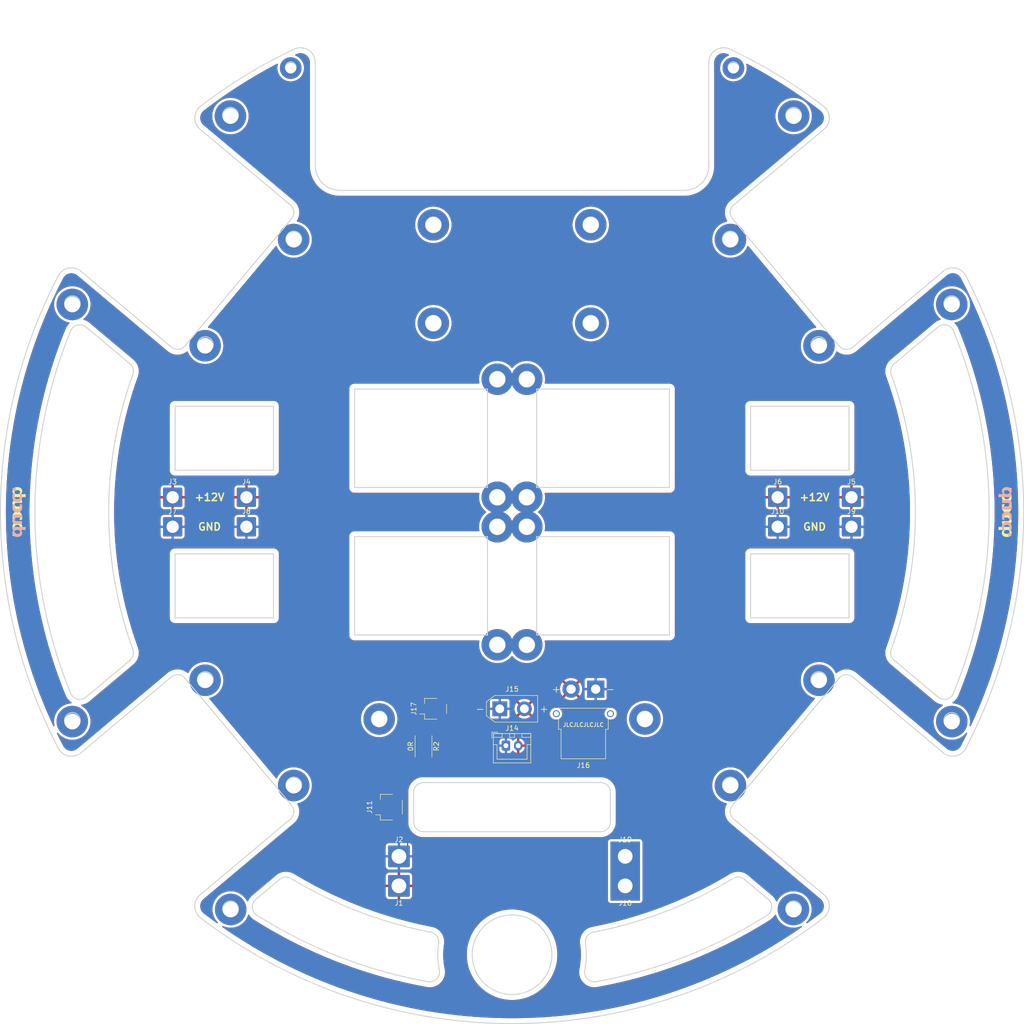
<source format=kicad_pcb>
(kicad_pcb (version 20221018) (generator pcbnew)
  (title_block (title "layer 2 pcb drawing") (date "2023-11-10") (company "8076ducc Robotics Competition Team"))
  (layers (0 "F.Cu" signal) (31 "B.Cu" signal) (34 "B.Paste" user) (35 "F.Paste" user) (36 "B.SilkS" user "B.Silkscreen") (37 "F.SilkS" user "F.Silkscreen") (38 "B.Mask" user) (39 "F.Mask" user) (44 "Edge.Cuts" user))
  (net 0 "")
  (net 1 "+12V")
  (net 2 "GND")
  (net 3 "/BATT")
  (net 4 "+3V3")
  (net 5 "Net-(J17-Pin_1)")
  (footprint "Connector_JST:JST_XH_B2B-XH-A_1x02_P2.50mm_Vertical" (layer "F.Cu") (at 103.75 152.5)
    (fp_text reference "J14" (at 1.25 -3.55) (layer "F.SilkS"))
    (fp_text value "XH2.54 2P")
    (pad "1" thru_hole roundrect (at 0 0) (size 1.7 2) (drill 1) (layers "*.Cu" "*.Mask") (roundrect_rratio 0.1470588235) (net 2 "GND"))
    (pad "2" thru_hole oval (at 2.5 0) (size 1.7 2) (drill 1) (layers "*.Cu" "*.Mask") (net 1 "+12V"))
  )
  (footprint "Connector_JST:JST_SH_SM02B-SRSS-TB_1x02-1MP_P1.00mm_Horizontal" (layer "F.Cu") (at 89 145 90)
    (fp_text reference "J17" (at 0 -3.98 90) (layer "F.SilkS"))
    (fp_text value "SH1.0 2P")
    (pad "1" smd roundrect (at -0.5 -2 90) (size 0.6 1.55) (layers "F.Cu" "F.Paste" "F.Mask") (net 5 "Net-(J17-Pin_1)"))
    (pad "2" smd roundrect (at 0.5 -2 90) (size 0.6 1.55) (layers "F.Cu" "F.Paste" "F.Mask") (net 5 "Net-(J17-Pin_1)"))
    (pad "MP" smd roundrect (at -1.8 1.875 90) (size 1.2 1.8) (layers "F.Cu" "F.Paste" "F.Mask") (roundrect_rratio 0.2083333333))
    (pad "MP" smd roundrect (at 1.8 1.875 90) (size 1.2 1.8) (layers "F.Cu" "F.Paste" "F.Mask") (roundrect_rratio 0.2083333333))
  )
  (footprint "Connector_Wire:SolderWire-2.5sqmm_1x01_D2.4mm_OD4.4mm" (layer "F.Cu") (at 128 181)
    (fp_text reference "J18" (at 0 3.5) (layer "F.SilkS"))
    (fp_text value "Conn_01x01_Female")
    (pad "1" thru_hole roundrect (at 0 0) (size 4.4 4.4) (drill 3) (layers "*.Cu" "*.Mask") (roundrect_rratio 0.05681795455) (net 3 "/BATT"))
  )
  (footprint "Connector_Wire:SolderWire-2.5sqmm_1x01_D2.4mm_OD4.4mm" (layer "F.Cu") (at 82 175)
    (fp_text reference "J2" (at 0 -3.4) (layer "F.SilkS"))
    (fp_text value "Conn_01x01_Female")
    (pad "1" thru_hole roundrect (at 0 0) (size 4.4 4.4) (drill 3) (layers "*.Cu" "*.Mask") (roundrect_rratio 0.05681795455) (net 2 "GND"))
  )
  (footprint "Connector_Wire:SolderWire-2sqmm_1x01_D2mm_OD3.9mm" (layer "F.Cu") (at 174 108)
    (fp_text reference "J9" (at 0 -3.15) (layer "F.SilkS"))
    (fp_text value "Conn_01x01_Female")
    (pad "1" thru_hole roundrect (at 0 0) (size 3.9 3.9) (drill 2.5) (layers "*.Cu" "*.Mask") (roundrect_rratio 0.06410307692) (net 2 "GND"))
  )
  (footprint "MountingHole:MountingHole_3.2mm_M3_Pad" (layer "F.Cu") (at 102 78)
    (fp_text reference "H17")
    (fp_text value "MountingHole")
    (pad "1" thru_hole circle (at 0 0) (size 6.4 6.4) (drill 3.2) (layers "*.Cu" "*.Mask"))
  )
  (footprint "MountingHole:MountingHole_3.2mm_M3_Pad" (layer "F.Cu") (at 102 108)
    (fp_text reference "H23")
    (fp_text value "MountingHole")
    (pad "1" thru_hole circle (at 0 0) (size 6.4 6.4) (drill 3.2) (layers "*.Cu" "*.Mask"))
  )
  (footprint "MountingHole:MountingHole_3.2mm_M3_Pad" (layer "F.Cu") (at 167.4 71.1913)
    (fp_text reference "H12")
    (fp_text value "MountingHole")
    (pad "1" thru_hole circle (at 0 0) (size 6.4 6.4) (drill 3.2) (layers "*.Cu" "*.Mask"))
  )
  (footprint "MountingHole:MountingHole_3.2mm_M3_Pad" (layer "F.Cu") (at 132.012016 147.075539)
    (fp_text reference "H26")
    (fp_text value "MountingHole")
    (pad "1" thru_hole circle (at 0 0) (size 6.4 6.4) (drill 3.2) (layers "*.Cu" "*.Mask"))
  )
  (footprint "Connector_AMASS:AMASS_XT30UPB-F_1x02_P5.0mm_Vertical" (layer "F.Cu") (at 102.5 145)
    (fp_text reference "J15" (at 2.5 -4) (layer "F.SilkS"))
    (fp_text value "XT30UPB-F")
    (fp_text user "-" (at -4 0) (layer "F.SilkS") (effects (font (size 1.5 1.5))))
    (fp_text user "+" (at 9 0) (layer "F.SilkS") (effects (font (size 1.5 1.5))))
    (pad "1" thru_hole rect (at 0 0) (size 3 3) (drill 1.8) (layers "*.Cu" "*.Mask") (net 2 "GND"))
    (pad "2" thru_hole circle (at 5 0) (size 3 3) (drill 1.8) (layers "*.Cu" "*.Mask") (net 1 "+12V"))
  )
  (footprint "Resistor_SMD:R_2512_6332Metric" (layer "F.Cu") (at 87 152.6375 -90)
    (fp_text reference "R2" (at 0 -2.62 -90) (layer "F.SilkS"))
    (fp_text value "0R" (at 0 2.62 -90) (layer "F.SilkS"))
    (pad "1" smd roundrect (at -2.9625 0 270) (size 1.225 3.35) (layers "F.Cu" "F.Paste" "F.Mask") (roundrect_rratio 0.2040816327) (net 5 "Net-(J17-Pin_1)"))
    (pad "2" smd roundrect (at 2.9625 0 270) (size 1.225 3.35) (layers "F.Cu" "F.Paste" "F.Mask") (roundrect_rratio 0.2040816327) (net 2 "GND"))
  )
  (footprint "MountingHole:MountingHole_2.2mm_M2_Pad" (layer "F.Cu") (at 60 14.75)
    (fp_text reference "H33")
    (fp_text value "MountingHole")
    (pad "1" thru_hole circle (at 0 0) (size 4.4 4.4) (drill 2.2) (layers "*.Cu" "*.Mask"))
  )
  (footprint "MountingHole:MountingHole_3.2mm_M3_Pad" (layer "F.Cu") (at 77.987984 147.075539)
    (fp_text reference "H25")
    (fp_text value "MountingHole")
    (pad "1" thru_hole circle (at 0 0) (size 6.4 6.4) (drill 3.2) (layers "*.Cu" "*.Mask"))
  )
  (footprint "MountingHole:MountingHole_3.2mm_M3_Pad" (layer "F.Cu") (at 42.6 139.2)
    (fp_text reference "H16")
    (fp_text value "MountingHole")
    (pad "1" thru_hole circle (at 0 0) (size 6.4 6.4) (drill 3.2) (layers "*.Cu" "*.Mask"))
  )
  (footprint "Connector_AMASS:AMASS_XT30PW-F_1x02_P2.50mm_Horizontal" (layer "F.Cu") (at 122 141 180)
    (fp_text reference "J16" (at 2.5 -15.5) (layer "F.SilkS"))
    (fp_text value "XT30PW-F")
    (fp_text user "+" (at 8 0) (layer "F.SilkS") (effects (font (size 1.5 1.5))))
    (fp_text user "-" (at -3 0) (layer "F.SilkS") (effects (font (size 1.5 1.5))))
    (pad "" thru_hole circle (at -3 -5 270) (size 1.4 1.4) (drill 1) (layers "*.Cu" "*.Mask"))
    (pad "" thru_hole circle (at 8 -5 180) (size 1.4 1.4) (drill 1) (layers "*.Cu" "*.Mask"))
    (pad "1" thru_hole rect (at 0 0 180) (size 3.5 3.5) (drill 1.9) (layers "*.Cu" "*.Mask") (net 2 "GND"))
    (pad "2" thru_hole circle (at 5 0 180) (size 3.5 3.5) (drill 1.9) (layers "*.Cu" "*.Mask") (net 1 "+12V"))
  )
  (footprint "MountingHole:MountingHole_3.2mm_M3_Pad" (layer "F.Cu") (at 108 108)
    (fp_text reference "H21")
    (fp_text value "MountingHole")
    (pad "1" thru_hole circle (at 0 0) (size 6.4 6.4) (drill 3.2) (layers "*.Cu" "*.Mask"))
  )
  (footprint "MountingHole:MountingHole_3.2mm_M3_Pad" (layer "F.Cu") (at 47.75 24.5)
    (fp_text reference "H1")
    (fp_text value "MountingHole")
    (pad "1" thru_hole circle (at 0 0) (size 6.4 6.4) (drill 3.2) (layers "*.Cu" "*.Mask"))
  )
  (footprint "Connector_Wire:SolderWire-2sqmm_1x01_D2mm_OD3.9mm" (layer "F.Cu") (at 51 108)
    (fp_text reference "J8" (at 0 -3.15) (layer "F.SilkS"))
    (fp_text value "Conn_01x01_Female")
    (pad "1" thru_hole roundrect (at 0 0) (size 3.9 3.9) (drill 2.5) (layers "*.Cu" "*.Mask") (roundrect_rratio 0.06410307692) (net 2 "GND"))
  )
  (footprint "MountingHole:MountingHole_3.2mm_M3_Pad" (layer "F.Cu") (at 42.6 71.1913)
    (fp_text reference "H9")
    (fp_text value "MountingHole")
    (pad "1" thru_hole circle (at 0 0) (size 6.4 6.4) (drill 3.2) (layers "*.Cu" "*.Mask"))
  )
  (footprint "Connector_JST:JST_SH_SM03B-SRSS-TB_1x03-1MP_P1.00mm_Horizontal" (layer "F.Cu") (at 80 165 90)
    (fp_text reference "J11" (at 0 -3.98 90) (layer "F.SilkS"))
    (fp_text value "SH1.0 3P")
    (pad "1" smd roundrect (at -1 -2 90) (size 0.6 1.55) (layers "F.Cu" "F.Paste" "F.Mask") (net 2 "GND"))
    (pad "2" smd roundrect (at 0 -2 90) (size 0.6 1.55) (layers "F.Cu" "F.Paste" "F.Mask") (net 2 "GND"))
    (pad "3" smd roundrect (at 1 -2 90) (size 0.6 1.55) (layers "F.Cu" "F.Paste" "F.Mask") (net 4 "+3V3"))
    (pad "MP" smd roundrect (at -2.3 1.875 90) (size 1.2 1.8) (layers "F.Cu" "F.Paste" "F.Mask") (roundrect_rratio 0.2083333333))
    (pad "MP" smd roundrect (at 2.3 1.875 90) (size 1.2 1.8) (layers "F.Cu" "F.Paste" "F.Mask") (roundrect_rratio 0.2083333333))
  )
  (footprint "MountingHole:MountingHole_3.2mm_M3_Pad" (layer "F.Cu") (at 121 66.610723)
    (fp_text reference "H30")
    (fp_text value "MountingHole")
    (pad "1" thru_hole circle (at 0 0) (size 6.4 6.4) (drill 3.2) (layers "*.Cu" "*.Mask"))
  )
  (footprint "MountingHole:MountingHole_2.2mm_M2_Pad" (layer "F.Cu") (at 150 14.75)
    (fp_text reference "H34")
    (fp_text value "MountingHole")
    (pad "1" thru_hole circle (at 0 0) (size 4.4 4.4) (drill 2.2) (layers "*.Cu" "*.Mask"))
  )
  (footprint "Connector_Wire:SolderWire-2.5sqmm_1x01_D2.4mm_OD4.4mm" (layer "F.Cu") (at 128 175)
    (fp_text reference "J19" (at 0 -3.4) (layer "F.SilkS"))
    (fp_text value "Conn_01x01_Female")
    (pad "1" thru_hole roundrect (at 0 0) (size 4.4 4.4) (drill 3) (layers "*.Cu" "*.Mask") (roundrect_rratio 0.05681795455) (net 3 "/BATT"))
  )
  (footprint "MountingHole:MountingHole_3.2mm_M3_Pad" (layer "F.Cu") (at 60.6 160.6)
    (fp_text reference "H15")
    (fp_text value "MountingHole")
    (pad "1" thru_hole circle (at 0 0) (size 6.4 6.4) (drill 3.2) (layers "*.Cu" "*.Mask"))
  )
  (footprint "MountingHole:MountingHole_3.2mm_M3_Pad" (layer "F.Cu") (at 89 46.610723)
    (fp_text reference "H27")
    (fp_text value "MountingHole")
    (pad "1" thru_hole circle (at 0 0) (size 6.4 6.4) (drill 3.2) (layers "*.Cu" "*.Mask"))
  )
  (footprint "MountingHole:MountingHole_3.2mm_M3_Pad" (layer "F.Cu") (at 60.6 49.6)
    (fp_text reference "H10")
    (fp_text value "MountingHole")
    (pad "1" thru_hole circle (at 0 0) (size 6.4 6.4) (drill 3.2) (layers "*.Cu" "*.Mask"))
  )
  (footprint "MountingHole:MountingHole_3.2mm_M3_Pad" (layer "F.Cu") (at 89 66.610723)
    (fp_text reference "H29")
    (fp_text value "MountingHole")
    (pad "1" thru_hole circle (at 0 0) (size 6.4 6.4) (drill 3.2) (layers "*.Cu" "*.Mask"))
  )
  (footprint "MountingHole:MountingHole_3.2mm_M3_Pad" (layer "F.Cu") (at 15.6 62.8)
    (fp_text reference "H8")
    (fp_text value "MountingHole")
    (pad "1" thru_hole circle (at 0 0) (size 6.4 6.4) (drill 3.2) (layers "*.Cu" "*.Mask"))
  )
  (footprint "Connector_Wire:SolderWire-2sqmm_1x01_D2mm_OD3.9mm" (layer "F.Cu") (at 159 102)
    (fp_text reference "J6" (at 0 -3.15) (layer "F.SilkS"))
    (fp_text value "Conn_01x01_Female")
    (pad "1" thru_hole roundrect (at 0 0) (size 3.9 3.9) (drill 2.5) (layers "*.Cu" "*.Mask") (roundrect_rratio 0.06410307692) (net 1 "+12V"))
  )
  (footprint "MountingHole:MountingHole_3.2mm_M3_Pad" (layer "F.Cu") (at 149.4 160.6)
    (fp_text reference "H14")
    (fp_text value "MountingHole")
    (pad "1" thru_hole circle (at 0 0) (size 6.4 6.4) (drill 3.2) (layers "*.Cu" "*.Mask"))
  )
  (footprint "Connector_Wire:SolderWire-2sqmm_1x01_D2mm_OD3.9mm" (layer "F.Cu") (at 174 102)
    (fp_text reference "J5" (at 0 -3.15) (layer "F.SilkS"))
    (fp_text value "Conn_01x01_Female")
    (pad "1" thru_hole roundrect (at 0 0) (size 3.9 3.9) (drill 2.5) (layers "*.Cu" "*.Mask") (roundrect_rratio 0.06410307692) (net 1 "+12V"))
  )
  (footprint "MountingHole:MountingHole_3.2mm_M3_Pad" (layer "F.Cu") (at 194.4 62.8)
    (fp_text reference "H3")
    (fp_text value "MountingHole")
    (pad "1" thru_hole circle (at 0 0) (size 6.4 6.4) (drill 3.2) (layers "*.Cu" "*.Mask"))
  )
  (footprint "MountingHole:MountingHole_3.2mm_M3_Pad" (layer "F.Cu") (at 149.4 49.6)
    (fp_text reference "H11")
    (fp_text value "MountingHole")
    (pad "1" thru_hole circle (at 0 0) (size 6.4 6.4) (drill 3.2) (layers "*.Cu" "*.Mask"))
  )
  (footprint "Connector_Wire:SolderWire-2sqmm_1x01_D2mm_OD3.9mm" (layer "F.Cu") (at 36 102)
    (fp_text reference "J3" (at 0 -3.15) (layer "F.SilkS"))
    (fp_text value "Conn_01x01_Female")
    (pad "1" thru_hole roundrect (at 0 0) (size 3.9 3.9) (drill 2.5) (layers "*.Cu" "*.Mask") (roundrect_rratio 0.06410307692) (net 1 "+12V"))
  )
  (footprint "MountingHole:MountingHole_3.2mm_M3_Pad" (layer "F.Cu") (at 194.4 147.6)
    (fp_text reference "H4")
    (fp_text value "MountingHole")
    (pad "1" thru_hole circle (at 0 0) (size 6.4 6.4) (drill 3.2) (layers "*.Cu" "*.Mask"))
  )
  (footprint "MountingHole:MountingHole_3.2mm_M3_Pad" (layer "F.Cu") (at 15.6 147.6)
    (fp_text reference "H7")
    (fp_text value "MountingHole")
    (pad "1" thru_hole circle (at 0 0) (size 6.4 6.4) (drill 3.2) (layers "*.Cu" "*.Mask"))
  )
  (footprint "Connector_Wire:SolderWire-2sqmm_1x01_D2mm_OD3.9mm" (layer "F.Cu") (at 51 102)
    (fp_text reference "J4" (at 0 -3.15) (layer "F.SilkS"))
    (fp_text value "Conn_01x01_Female")
    (pad "1" thru_hole roundrect (at 0 0) (size 3.9 3.9) (drill 2.5) (layers "*.Cu" "*.Mask") (roundrect_rratio 0.06410307692) (net 1 "+12V"))
  )
  (footprint "MountingHole:MountingHole_3.2mm_M3_Pad" (layer "F.Cu") (at 47.8 185.8)
    (fp_text reference "H6")
    (fp_text value "MountingHole")
    (pad "1" thru_hole circle (at 0 0) (size 6.4 6.4) (drill 3.2) (layers "*.Cu" "*.Mask"))
  )
  (footprint "MountingHole:MountingHole_3.2mm_M3_Pad" (layer "F.Cu") (at 162.25 24.5)
    (fp_text reference "H2")
    (fp_text value "MountingHole")
    (pad "1" thru_hole circle (at 0 0) (size 6.4 6.4) (drill 3.2) (layers "*.Cu" "*.Mask"))
  )
  (footprint "MountingHole:MountingHole_3.2mm_M3_Pad" (layer "F.Cu") (at 121 46.610723)
    (fp_text reference "H28")
    (fp_text value "MountingHole")
    (pad "1" thru_hole circle (at 0 0) (size 6.4 6.4) (drill 3.2) (layers "*.Cu" "*.Mask"))
  )
  (footprint "MountingHole:MountingHole_3.2mm_M3_Pad" (layer "F.Cu") (at 167.4 139.2)
    (fp_text reference "H13")
    (fp_text value "MountingHole")
    (pad "1" thru_hole circle (at 0 0) (size 6.4 6.4) (drill 3.2) (layers "*.Cu" "*.Mask"))
  )
  (footprint "MountingHole:MountingHole_3.2mm_M3_Pad" (layer "F.Cu") (at 108 102)
    (fp_text reference "H20")
    (fp_text value "MountingHole")
    (pad "1" thru_hole circle (at 0 0) (size 6.4 6.4) (drill 3.2) (layers "*.Cu" "*.Mask"))
  )
  (footprint "MountingHole:MountingHole_3.2mm_M3_Pad" (layer "F.Cu") (at 108 132)
    (fp_text reference "H22")
    (fp_text value "MountingHole")
    (pad "1" thru_hole circle (at 0 0) (size 6.4 6.4) (drill 3.2) (layers "*.Cu" "*.Mask"))
  )
  (footprint "Connector_Wire:SolderWire-2sqmm_1x01_D2mm_OD3.9mm" (layer "F.Cu") (at 159 108)
    (fp_text reference "J10" (at 0 -3.15) (layer "F.SilkS"))
    (fp_text value "Conn_01x01_Female")
    (pad "1" thru_hole roundrect (at 0 0) (size 3.9 3.9) (drill 2.5) (layers "*.Cu" "*.Mask") (roundrect_rratio 0.06410307692) (net 2 "GND"))
  )
  (footprint "MountingHole:MountingHole_3.2mm_M3_Pad" (layer "F.Cu") (at 102 102)
    (fp_text reference "H18")
    (fp_text value "MountingHole")
    (pad "1" thru_hole circle (at 0 0) (size 6.4 6.4) (drill 3.2) (layers "*.Cu" "*.Mask"))
  )
  (footprint "MountingHole:MountingHole_3.2mm_M3_Pad" (layer "F.Cu") (at 108 78)
    (fp_text reference "H19")
    (fp_text value "MountingHole")
    (pad "1" thru_hole circle (at 0 0) (size 6.4 6.4) (drill 3.2) (layers "*.Cu" "*.Mask"))
  )
  (footprint "Connector_Wire:SolderWire-2.5sqmm_1x01_D2.4mm_OD4.4mm" (layer "F.Cu") (at 82 181)
    (fp_text reference "J1" (at 0 3.5) (layer "F.SilkS"))
    (fp_text value "Conn_01x01_Female")
    (pad "1" thru_hole roundrect (at 0 0) (size 4.4 4.4) (drill 3) (layers "*.Cu" "*.Mask") (roundrect_rratio 0.05681795455) (net 1 "+12V"))
  )
  (footprint "MountingHole:MountingHole_3.2mm_M3_Pad" (layer "F.Cu") (at 102 132)
    (fp_text reference "H24")
    (fp_text value "MountingHole")
    (pad "1" thru_hole circle (at 0 0) (size 6.4 6.4) (drill 3.2) (layers "*.Cu" "*.Mask"))
  )
  (footprint "MountingHole:MountingHole_3.2mm_M3_Pad" (layer "F.Cu") (at 162.2 185.8)
    (fp_text reference "H5")
    (fp_text value "MountingHole")
    (pad "1" thru_hole circle (at 0 0) (size 6.4 6.4) (drill 3.2) (layers "*.Cu" "*.Mask"))
  )
  (footprint "Connector_Wire:SolderWire-2sqmm_1x01_D2mm_OD3.9mm" (layer "F.Cu") (at 36 108)
    (fp_text reference "J7" (at 0 -3.15) (layer "F.SilkS"))
    (fp_text value "Conn_01x01_Female")
    (pad "1" thru_hole roundrect (at 0 0) (size 3.9 3.9) (drill 2.5) (layers "*.Cu" "*.Mask") (roundrect_rratio 0.06410307692) (net 2 "GND"))
  )
  (gr_arc (start 87 170) (mid 85.585786 169.414214) (end 85 168) (stroke (width 0.2)) (layer "Edge.Cuts"))
  (gr_circle (center 150 14.578763) (end 148.9 14.578763) (stroke (width 0.2)) (fill none) (layer "Edge.Cuts"))
  (gr_line (start 149.824332 164.606888) (end 171.484989 138.792723) (stroke (width 0.2)) (layer "Edge.Cuts"))
  (gr_line (start 137 100) (end 110 100) (stroke (width 0.2)) (layer "Edge.Cuts"))
  (gr_arc (start 53.136898 186.97084) (mid 52.210694 185.414626) (end 52.920665 183.748631) (stroke (width 0.2)) (layer "Edge.Cuts"))
  (gr_circle (center 162.241133 24.333804) (end 160.641133 24.333804) (stroke (width 0.2)) (fill none) (layer "Edge.Cuts"))
  (gr_arc (start 119.921854 192.687365) (mid 120.262431 191.230418) (end 121.518522 190.417436) (stroke (width 0.2)) (layer "Edge.Cuts"))
  (gr_arc (start 41.577469 27.176555) (mid 40.506514 24.813142) (end 41.679272 22.498573) (stroke (width 0.2)) (layer "Edge.Cuts"))
  (gr_arc (start 168.320728 22.498573) (mid 169.493458 24.81315) (end 168.422531 27.176555) (stroke (width 0.2)) (layer "Edge.Cuts"))
  (gr_arc (start 119.921854 192.687365) (mid 120.094651 195.401877) (end 119.77766 198.103349) (stroke (width 0.2)) (layer "Edge.Cuts"))
  (gr_arc (start 27.902891 132.92912) (mid 23 105) (end 27.902891 77.07088) (stroke (width 0.2)) (layer "Edge.Cuts"))
  (gr_circle (center 89 66.610723) (end 87.4 66.610723) (stroke (width 0.2)) (fill none) (layer "Edge.Cuts"))
  (gr_arc (start 156.863102 186.97084) (mid 140.130958 195.414688) (end 122.087281 200.483113) (stroke (width 0.2)) (layer "Edge.Cuts"))
  (gr_circle (center 167.355554 70.95318) (end 165.755554 70.95318) (stroke (width 0.2)) (fill none) (layer "Edge.Cuts"))
  (gr_line (start 36.5 96.5) (end 36.5 83.5) (stroke (width 0.2)) (layer "Edge.Cuts"))
  (gr_arc (start 182.097109 77.07088) (mid 182.046075 75.87059) (end 182.691951 74.857593) (stroke (width 0.2)) (layer "Edge.Cuts"))
  (gr_line (start 65 34.610723) (end 65 13.610723) (stroke (width 0.2)) (layer "Edge.Cuts"))
  (gr_arc (start 60.175668 164.606888) (mid 60.635999 166.066788) (end 59.929154 167.424552) (stroke (width 0.2)) (layer "Edge.Cuts"))
  (gr_arc (start 197.243574 153.032521) (mid 195.167803 154.589375) (end 192.654339 153.945101) (stroke (width 0.2)) (layer "Edge.Cuts"))
  (gr_line (start 38.515011 138.792723) (end 60.175668 164.606888) (stroke (width 0.2)) (layer "Edge.Cuts"))
  (gr_line (start 36.5 126.5) (end 36.5 113.5) (stroke (width 0.2)) (layer "Edge.Cuts"))
  (gr_line (start 153.5 83.5) (end 173.5 83.5) (stroke (width 0.2)) (layer "Edge.Cuts"))
  (gr_arc (start 168.320728 187.501427) (mid 105 209) (end 41.679272 187.501427) (stroke (width 0.2)) (layer "Edge.Cuts"))
  (gr_line (start 73 110) (end 100 110) (stroke (width 0.2)) (layer "Edge.Cuts"))
  (gr_circle (center 121 66.610723) (end 119.4 66.610723) (stroke (width 0.2)) (fill none) (layer "Edge.Cuts"))
  (gr_line (start 173.5 126.5) (end 153.5 126.5) (stroke (width 0.2)) (layer "Edge.Cuts"))
  (gr_arc (start 182.691951 135.142407) (mid 182.046069 134.129416) (end 182.097109 132.92912) (stroke (width 0.2)) (layer "Edge.Cuts"))
  (gr_line (start 18.404256 142.613576) (end 27.308049 135.142407) (stroke (width 0.2)) (layer "Edge.Cuts"))
  (gr_line (start 110 110) (end 137 110) (stroke (width 0.2)) (layer "Edge.Cuts"))
  (gr_line (start 145 13.610723) (end 145 34.610723) (stroke (width 0.2)) (layer "Edge.Cuts"))
  (gr_arc (start 12.756426 153.032521) (mid 1 105) (end 12.756426 56.967479) (stroke (width 0.2)) (layer "Edge.Cuts"))
  (gr_line (start 110 80) (end 137 80) (stroke (width 0.2)) (layer "Edge.Cuts"))
  (gr_arc (start 149.920141 179.506247) (mid 136.200013 186.213047) (end 121.518522 190.417436) (stroke (width 0.2)) (layer "Edge.Cuts"))
  (gr_arc (start 182.097109 77.07088) (mid 187 105) (end 182.097109 132.92912) (stroke (width 0.2)) (layer "Edge.Cuts"))
  (gr_circle (center 108 132) (end 106.4 132) (stroke (width 0.2)) (fill none) (layer "Edge.Cuts"))
  (gr_circle (center 102 132) (end 100.4 132) (stroke (width 0.2)) (fill none) (layer "Edge.Cuts"))
  (gr_line (start 100 80) (end 100 100) (stroke (width 0.2)) (layer "Edge.Cuts"))
  (gr_line (start 192.654339 56.054899) (end 174.302653 71.453791) (stroke (width 0.2)) (layer "Edge.Cuts"))
  (gr_line (start 123 160) (end 87 160) (stroke (width 0.2)) (layer "Edge.Cuts"))
  (gr_line (start 153.5 113.5) (end 173.5 113.5) (stroke (width 0.2)) (layer "Edge.Cuts"))
  (gr_line (start 137 130) (end 110 130) (stroke (width 0.2)) (layer "Edge.Cuts"))
  (gr_circle (center 47.758867 185.666196) (end 46.158867 185.666196) (stroke (width 0.2)) (fill none) (layer "Edge.Cuts"))
  (gr_circle (center 102 78) (end 100.4 78) (stroke (width 0.2)) (fill none) (layer "Edge.Cuts"))
  (gr_line (start 137 80) (end 137 100) (stroke (width 0.2)) (layer "Edge.Cuts"))
  (gr_arc (start 90.22234 198.103349) (mid 89.905348 195.401877) (end 90.078146 192.687365) (stroke (width 0.2)) (layer "Edge.Cuts"))
  (gr_circle (center 105 195) (end 96.9 195) (stroke (width 0.2)) (fill none) (layer "Edge.Cuts"))
  (gr_line (start 182.691951 135.142407) (end 191.595744 142.613576) (stroke (width 0.2)) (layer "Edge.Cuts"))
  (gr_arc (start 15.268548 68.158902) (mid 16.640289 66.976549) (end 18.404256 67.386424) (stroke (width 0.2)) (layer "Edge.Cuts"))
  (gr_circle (center 15.619487 62.636026) (end 14.019487 62.636026) (stroke (width 0.2)) (fill none) (layer "Edge.Cuts"))
  (gr_circle (center 60.642499 49.503935) (end 59.042499 49.503935) (stroke (width 0.2)) (fill none) (layer "Edge.Cuts"))
  (gr_line (start 125 168) (end 125 162) (stroke (width 0.2)) (layer "Edge.Cuts"))
  (gr_line (start 171.484989 71.207277) (end 149.824332 45.393112) (stroke (width 0.2)) (layer "Edge.Cuts"))
  (gr_circle (center 42.644446 139.04682) (end 41.044446 139.04682) (stroke (width 0.2)) (fill none) (layer "Edge.Cuts"))
  (gr_arc (start 57.761378 179.68679) (mid 58.891541 179.224905) (end 60.079606 179.506095) (stroke (width 0.2)) (layer "Edge.Cuts"))
  (gr_line (start 140 39.610723) (end 70 39.610723) (stroke (width 0.2)) (layer "Edge.Cuts"))
  (gr_line (start 56.5 83.5) (end 56.5 96.5) (stroke (width 0.2)) (layer "Edge.Cuts"))
  (gr_circle (center 121 46.610723) (end 119.4 46.610723) (stroke (width 0.2)) (fill none) (layer "Edge.Cuts"))
  (gr_arc (start 18.404256 142.613576) (mid 16.640298 143.023417) (end 15.268548 141.841098) (stroke (width 0.2)) (layer "Edge.Cuts"))
  (gr_arc (start 17.345661 153.945101) (mid 14.832199 154.589363) (end 12.756426 153.032521) (stroke (width 0.2)) (layer "Edge.Cuts"))
  (gr_line (start 173.5 83.5) (end 173.5 96.5) (stroke (width 0.2)) (layer "Edge.Cuts"))
  (gr_arc (start 70 39.610723) (mid 66.464458 38.146258) (end 65 34.610723) (stroke (width 0.2)) (layer "Edge.Cuts"))
  (gr_circle (center 149.357501 49.503935) (end 147.757501 49.503935) (stroke (width 0.2)) (fill none) (layer "Edge.Cuts"))
  (gr_arc (start 12.756426 56.967479) (mid 14.832197 55.410625) (end 17.345661 56.054899) (stroke (width 0.2)) (layer "Edge.Cuts"))
  (gr_line (start 157.079335 183.748631) (end 152.238622 179.68679) (stroke (width 0.2)) (layer "Edge.Cuts"))
  (gr_circle (center 102 102) (end 100.4 102) (stroke (width 0.2)) (fill none) (layer "Edge.Cuts"))
  (gr_line (start 191.595744 67.386424) (end 182.691951 74.857593) (stroke (width 0.2)) (layer "Edge.Cuts"))
  (gr_circle (center 194.380513 62.636026) (end 192.780513 62.636026) (stroke (width 0.2)) (fill none) (layer "Edge.Cuts"))
  (gr_circle (center 47.758867 24.333804) (end 46.158867 24.333804) (stroke (width 0.2)) (fill none) (layer "Edge.Cuts"))
  (gr_arc (start 149.824332 45.393112) (mid 149.364034 43.933226) (end 150.070846 42.575448) (stroke (width 0.2)) (layer "Edge.Cuts"))
  (gr_arc (start 15.268548 141.841098) (mid 8 105) (end 15.268548 68.158902) (stroke (width 0.2)) (layer "Edge.Cuts"))
  (gr_arc (start 88.481478 190.417436) (mid 73.799849 186.212995) (end 60.079606 179.506095) (stroke (width 0.2)) (layer "Edge.Cuts"))
  (gr_line (start 150.070846 42.575448) (end 168.422531 27.176555) (stroke (width 0.2)) (layer "Edge.Cuts"))
  (gr_line (start 100 100) (end 73 100) (stroke (width 0.2)) (layer "Edge.Cuts"))
  (gr_circle (center 60.642499 160.496065) (end 59.042499 160.496065) (stroke (width 0.2)) (fill none) (layer "Edge.Cuts"))
  (gr_arc (start 197.243574 56.967479) (mid 209 105) (end 197.243574 153.032521) (stroke (width 0.2)) (layer "Edge.Cuts"))
  (gr_line (start 137 110) (end 137 130) (stroke (width 0.2)) (layer "Edge.Cuts"))
  (gr_line (start 56.5 113.5) (end 56.5 126.5) (stroke (width 0.2)) (layer "Edge.Cuts"))
  (gr_arc (start 145 13.610723) (mid 146.392463 11.077752) (end 149.277228 10.89619) (stroke (width 0.2)) (layer "Edge.Cuts"))
  (gr_arc (start 150.070846 167.424552) (mid 149.364029 166.066774) (end 149.824332 164.606888) (stroke (width 0.2)) (layer "Edge.Cuts"))
  (gr_arc (start 145 34.610723) (mid 143.535526 38.146242) (end 140 39.610723) (stroke (width 0.2)) (layer "Edge.Cuts"))
  (gr_line (start 27.308049 74.857593) (end 18.404256 67.386424) (stroke (width 0.2)) (layer "Edge.Cuts"))
  (gr_circle (center 42.644446 70.95318) (end 41.044446 70.95318) (stroke (width 0.2)) (fill none) (layer "Edge.Cuts"))
  (gr_circle (center 77.987984 147.075539) (end 76.387984 147.075539) (stroke (width 0.2)) (fill none) (layer "Edge.Cuts"))
  (gr_line (start 73 130) (end 73 110) (stroke (width 0.2)) (layer "Edge.Cuts"))
  (gr_line (start 59.929154 167.424552) (end 41.577469 182.823445) (stroke (width 0.2)) (layer "Edge.Cuts"))
  (gr_line (start 110 130) (end 110 110) (stroke (width 0.2)) (layer "Edge.Cuts"))
  (gr_arc (start 149.277228 10.89619) (mid 159.110848 16.185496) (end 168.320728 22.498573) (stroke (width 0.2)) (layer "Edge.Cuts"))
  (gr_arc (start 194.731452 68.158902) (mid 202 105) (end 194.731452 141.841098) (stroke (width 0.2)) (layer "Edge.Cuts"))
  (gr_line (start 17.345661 153.945101) (end 35.697347 138.546209) (stroke (width 0.2)) (layer "Edge.Cuts"))
  (gr_line (start 173.5 113.5) (end 173.5 126.5) (stroke (width 0.2)) (layer "Edge.Cuts"))
  (gr_circle (center 149.357501 160.496065) (end 147.757501 160.496065) (stroke (width 0.2)) (fill none) (layer "Edge.Cuts"))
  (gr_arc (start 38.515011 71.207277) (mid 37.157229 71.914106) (end 35.697347 71.453791) (stroke (width 0.2)) (layer "Edge.Cuts"))
  (gr_circle (center 132.012016 147.075539) (end 130.412016 147.075539) (stroke (width 0.2)) (fill none) (layer "Edge.Cuts"))
  (gr_circle (center 108 108) (end 106.4 108) (stroke (width 0.2)) (fill none) (layer "Edge.Cuts"))
  (gr_line (start 60.175668 45.393112) (end 38.515011 71.207277) (stroke (width 0.2)) (layer "Edge.Cuts"))
  (gr_arc (start 27.308049 74.857593) (mid 27.953952 75.870583) (end 27.902891 77.07088) (stroke (width 0.2)) (layer "Edge.Cuts"))
  (gr_arc (start 41.679272 22.498573) (mid 50.889152 16.185496) (end 60.722772 10.89619) (stroke (width 0.2)) (layer "Edge.Cuts"))
  (gr_circle (center 102 108) (end 100.4 108) (stroke (width 0.2)) (fill none) (layer "Edge.Cuts"))
  (gr_line (start 57.761378 179.68679) (end 52.920665 183.748631) (stroke (width 0.2)) (layer "Edge.Cuts"))
  (gr_arc (start 125 168) (mid 124.414214 169.414214) (end 123 170) (stroke (width 0.2)) (layer "Edge.Cuts"))
  (gr_line (start 174.302653 138.546209) (end 192.654339 153.945101) (stroke (width 0.2)) (layer "Edge.Cuts"))
  (gr_line (start 36.5 83.5) (end 56.5 83.5) (stroke (width 0.2)) (layer "Edge.Cuts"))
  (gr_circle (center 162.241133 185.666196) (end 160.641133 185.666196) (stroke (width 0.2)) (fill none) (layer "Edge.Cuts"))
  (gr_line (start 110 100) (end 110 80) (stroke (width 0.2)) (layer "Edge.Cuts"))
  (gr_arc (start 122.087281 200.483113) (mid 120.299793 199.90728) (end 119.77766 198.103349) (stroke (width 0.2)) (layer "Edge.Cuts"))
  (gr_arc (start 85 162) (mid 85.585786 160.585786) (end 87 160) (stroke (width 0.2)) (layer "Edge.Cuts"))
  (gr_line (start 41.577469 27.176555) (end 59.929154 42.575448) (stroke (width 0.2)) (layer "Edge.Cuts"))
  (gr_line (start 168.422531 182.823445) (end 150.070846 167.424552) (stroke (width 0.2)) (layer "Edge.Cuts"))
  (gr_line (start 36.5 113.5) (end 56.5 113.5) (stroke (width 0.2)) (layer "Edge.Cuts"))
  (gr_arc (start 88.481478 190.417436) (mid 89.737584 191.230408) (end 90.078146 192.687365) (stroke (width 0.2)) (layer "Edge.Cuts"))
  (gr_line (start 73 100) (end 73 80) (stroke (width 0.2)) (layer "Edge.Cuts"))
  (gr_line (start 35.697347 71.453791) (end 17.345661 56.054899) (stroke (width 0.2)) (layer "Edge.Cuts"))
  (gr_arc (start 194.731452 141.841098) (mid 193.359715 143.02343) (end 191.595744 142.613576) (stroke (width 0.2)) (layer "Edge.Cuts"))
  (gr_arc (start 168.422531 182.823445) (mid 169.49346 185.18685) (end 168.320728 187.501427) (stroke (width 0.2)) (layer "Edge.Cuts"))
  (gr_arc (start 59.929154 42.575448) (mid 60.63595 43.933217) (end 60.175668 45.393112) (stroke (width 0.2)) (layer "Edge.Cuts"))
  (gr_arc (start 191.595744 67.386424) (mid 193.359715 66.97657) (end 194.731452 68.158902) (stroke (width 0.2)) (layer "Edge.Cuts"))
  (gr_circle (center 167.355554 139.04682) (end 165.755554 139.04682) (stroke (width 0.2)) (fill none) (layer "Edge.Cuts"))
  (gr_line (start 73 80) (end 100 80) (stroke (width 0.2)) (layer "Edge.Cuts"))
  (gr_circle (center 108 102) (end 106.4 102) (stroke (width 0.2)) (fill none) (layer "Edge.Cuts"))
  (gr_arc (start 90.22234 198.103349) (mid 89.700245 199.907316) (end 87.912719 200.483113) (stroke (width 0.2)) (layer "Edge.Cuts"))
  (gr_line (start 85 162) (end 85 168) (stroke (width 0.2)) (layer "Edge.Cuts"))
  (gr_arc (start 60.722772 10.89619) (mid 63.607526 11.07777) (end 65 13.610723) (stroke (width 0.2)) (layer "Edge.Cuts"))
  (gr_arc (start 149.920141 179.506247) (mid 151.108308 179.224945) (end 152.238622 179.68679) (stroke (width 0.2)) (layer "Edge.Cuts"))
  (gr_arc (start 171.484989 138.792723) (mid 172.842771 138.085894) (end 174.302653 138.546209) (stroke (width 0.2)) (layer "Edge.Cuts"))
  (gr_circle (center 60 14.578763) (end 58.9 14.578763) (stroke (width 0.2)) (fill none) (layer "Edge.Cuts"))
  (gr_line (start 153.5 126.5) (end 153.5 113.5) (stroke (width 0.2)) (layer "Edge.Cuts"))
  (gr_line (start 87 170) (end 123 170) (stroke (width 0.2)) (layer "Edge.Cuts"))
  (gr_arc (start 123 160) (mid 124.414214 160.585786) (end 125 162) (stroke (width 0.2)) (layer "Edge.Cuts"))
  (gr_line (start 173.5 96.5) (end 153.5 96.5) (stroke (width 0.2)) (layer "Edge.Cuts"))
  (gr_circle (center 108 78) (end 106.4 78) (stroke (width 0.2)) (fill none) (layer "Edge.Cuts"))
  (gr_arc (start 35.697347 138.546209) (mid 37.157226 138.085925) (end 38.515011 138.792723) (stroke (width 0.2)) (layer "Edge.Cuts"))
  (gr_line (start 56.5 126.5) (end 36.5 126.5) (stroke (width 0.2)) (layer "Edge.Cuts"))
  (gr_arc (start 41.679272 187.501427) (mid 40.506546 185.186857) (end 41.577469 182.823445) (stroke (width 0.2)) (layer "Edge.Cuts"))
  (gr_line (start 56.5 96.5) (end 36.5 96.5) (stroke (width 0.2)) (layer "Edge.Cuts"))
  (gr_arc (start 174.302653 71.453791) (mid 172.842774 71.914075) (end 171.484989 71.207277) (stroke (width 0.2)) (layer "Edge.Cuts"))
  (gr_arc (start 192.654339 56.054899) (mid 195.167802 55.410644) (end 197.243574 56.967479) (stroke (width 0.2)) (layer "Edge.Cuts"))
  (gr_circle (center 89 46.610723) (end 87.4 46.610723) (stroke (width 0.2)) (fill none) (layer "Edge.Cuts"))
  (gr_line (start 153.5 96.5) (end 153.5 83.5) (stroke (width 0.2)) (layer "Edge.Cuts"))
  (gr_circle (center 194.380513 147.363974) (end 192.780513 147.363974) (stroke (width 0.2)) (fill none) (layer "Edge.Cuts"))
  (gr_arc (start 87.912719 200.483113) (mid 69.869042 195.414688) (end 53.136898 186.97084) (stroke (width 0.2)) (layer "Edge.Cuts"))
  (gr_line (start 100 130) (end 73 130) (stroke (width 0.2)) (layer "Edge.Cuts"))
  (gr_arc (start 27.902891 132.92912) (mid 27.953925 134.12941) (end 27.308049 135.142407) (stroke (width 0.2)) (layer "Edge.Cuts"))
  (gr_circle (center 15.619487 147.363974) (end 14.019487 147.363974) (stroke (width 0.2)) (fill none) (layer "Edge.Cuts"))
  (gr_arc (start 157.079335 183.748631) (mid 157.789272 185.414633) (end 156.863102 186.97084) (stroke (width 0.2)) (layer "Edge.Cuts"))
  (gr_line (start 100 110) (end 100 130) (stroke (width 0.2)) (layer "Edge.Cuts"))
  (gr_text "ducc." (at 4.5 105 -90) (layer "B.SilkS") (effects (font (size 2.5 2.5) (thickness 0.25) bold) (justify mirror)))
  (gr_text "ducc." (at 205.5 105 90) (layer "B.SilkS") (effects (font (size 2.5 2.5) (thickness 0.25) bold) (justify mirror)))
  (gr_text "ducc." (at 205.5 105 90) (layer "F.SilkS") (effects (font (size 2.5 2.5) (thickness 0.25) bold)))
  (gr_text "ducc." (at 4.5 105 270) (layer "F.SilkS") (effects (font (size 2.5 2.5) (thickness 0.25) bold)))
  (gr_text "GND" (at 43.5 108) (layer "F.SilkS") (effects (font (size 1.5 1.5) (thickness 0.3) bold)))
  (gr_text "+12V" (at 43.5 102) (layer "F.SilkS") (effects (font (size 1.5 1.5) (thickness 0.3) bold)))
  (gr_text "GND" (at 166.5 108) (layer "F.SilkS") (effects (font (size 1.5 1.5) (thickness 0.3) bold)))
  (gr_text "+12V" (at 166.5 102) (layer "F.SilkS") (effects (font (size 1.5 1.5) (thickness 0.3) bold)))
  (gr_text "JLCJLCJLCJLC" (at 119.5 148.25) (layer "F.SilkS") (effects (font (size 0.8 0.8) (thickness 0.15) bold)))
  (segment (start 82 171.4) (end 82 175) (width 0.25) (layer "F.Cu") (net 2))
  (segment (start 78 165) (end 78.8 165) (width 0.25) (layer "F.Cu") (net 2))
  (segment (start 83.775 160.625) (end 83.775 173.225) (width 0.25) (layer "F.Cu") (net 2))
  (segment (start 79.4 165.6) (end 79.4 167.6) (width 0.25) (layer "F.Cu") (net 2))
  (segment (start 79.4 167.6) (end 82 170.2) (width 0.25) (layer "F.Cu") (net 2))
  (segment (start 78.8 165) (end 79.4 165.6) (width 0.25) (layer "F.Cu") (net 2))
  (segment (start 78 167.4) (end 82 171.4) (width 0.25) (layer "F.Cu") (net 2))
  (segment (start 78 166) (end 78 167.4) (width 0.25) (layer "F.Cu") (net 2))
  (segment (start 82 170.2) (end 82 171.4) (width 0.25) (layer "F.Cu") (net 2))
  (segment (start 87 155.6) (end 87 157.4) (width 0.25) (layer "F.Cu") (net 2))
  (segment (start 87 157.4) (end 83.775 160.625) (width 0.25) (layer "F.Cu") (net 2))
  (segment (start 83.775 173.225) (end 82 175) (width 0.25) (layer "F.Cu") (net 2))
  (segment (start 87 144.5) (end 87 145.5) (width 0.25) (layer "F.Cu") (net 5))
  (segment (start 87 145.5) (end 87 149.675) (width 0.25) (layer "F.Cu") (net 5))
  (zone (net 1) (net_name "+12V") (layer "F.Cu") (connect_pads (clearance 0.508)) (min_thickness 0.25) (fill yes (thermal_gap 0.5) (thermal_bridge_width 0.5))
    (polygon (pts (xy 108.04652 0.944588) (xy 110.076244 1.02384) (xy 112.104035 1.142681) (xy 114.129122 1.301065) (xy 116.150733 1.498932) (xy 118.168098 1.736206) (xy 120.180449 2.012797) (xy 122.187021 2.3286) (xy 124.187049 2.683495) (xy 126.179771 3.077346) (xy 128.164429 3.510004) (xy 130.140268 3.981304) (xy 132.106534 4.491066) (xy 134.06248 5.039096) (xy 136.00736 5.625186) (xy 137.940435 6.249113) (xy 139.860968 6.910638) (xy 141.768227 7.60951) (xy 143.661487 8.345464) (xy 145.540027 9.118218) (xy 147.403132 9.927478) (xy 149.250092 10.772937) (xy 151.080203 11.654272) (xy 152.89277 12.571149) (xy 154.687102 13.523217) (xy 156.462516 14.510114) (xy 158.218336 15.531465) (xy 159.953894 16.586881) (xy 161.668527 17.67596) (xy 163.361585 18.798286) (xy 165.032422 19.953434) (xy 166.680401 21.140963) (xy 168.304896 22.36042) (xy 169.905288 23.611343) (xy 171.480968 24.893253) (xy 173.031336 26.205664) (xy 174.5558 27.548075) (xy 176.053782 28.919976) (xy 177.524711 30.320844) (xy 178.968026 31.750146) (xy 180.383178 33.207337) (xy 181.769628 34.691862) (xy 183.126849 36.203158) (xy 184.454323 37.740647) (xy 185.751545 39.303745) (xy 187.018022 40.891856) (xy 188.253271 42.504377) (xy 189.456821 44.140692) (xy 190.628215 45.800179) (xy 191.767007 47.482206) (xy 192.872762 49.186133) (xy 193.94506 50.911311) (xy 194.983493 52.657082) (xy 195.987665 54.422783) (xy 196.957194 56.207741) (xy 197.891711 58.011277) (xy 198.790859 59.832703) (xy 199.654297 61.671326) (xy 200.481696 63.526447) (xy 201.272741 65.397358) (xy 202.027131 67.283348) (xy 202.744578 69.183698) (xy 203.424809 71.097685) (xy 204.067566 73.02458) (xy 204.672602 74.96365) (xy 205.23969 76.914156) (xy 205.768611 78.875356) (xy 206.259165 80.846502) (xy 206.711165 82.826845) (xy 207.12444 84.81563) (xy 207.498831 86.8121) (xy 207.834196 88.815495) (xy 208.130407 90.825052) (xy 208.387352 92.840006) (xy 208.604933 94.85959) (xy 208.783066 96.883035) (xy 208.921685 98.909571) (xy 209.020736 100.938425) (xy 209.080182 102.968826) (xy 209.1 105) (xy 209.080182 107.031174) (xy 209.020736 109.061575) (xy 208.921685 111.090429) (xy 208.783066 113.116965) (xy 208.604933 115.14041) (xy 208.387352 117.159994) (xy 208.130407 119.174948) (xy 207.834196 121.184505) (xy 207.498831 123.1879) (xy 207.12444 125.18437) (xy 206.711165 127.173155) (xy 206.259165 129.153498) (xy 205.768611 131.124644) (xy 205.23969 133.085844) (xy 204.672602 135.03635) (xy 204.067566 136.97542) (xy 203.424809 138.902315) (xy 202.744578 140.816302) (xy 202.027131 142.716652) (xy 201.272741 144.602642) (xy 200.481696 146.473553) (xy 199.654297 148.328674) (xy 198.790859 150.167297) (xy 197.891711 151.988723) (xy 196.957194 153.792259) (xy 195.987665 155.577217) (xy 194.983493 157.342918) (xy 193.94506 159.088689) (xy 192.872762 160.813867) (xy 191.767007 162.517794) (xy 190.628215 164.199821) (xy 189.456821 165.859308) (xy 188.253271 167.495623) (xy 187.018022 169.108144) (xy 185.751545 170.696255) (xy 184.454323 172.259353) (xy 183.126849 173.796842) (xy 181.769628 175.308138) (xy 180.383178 176.792663) (xy 178.968026 178.249854) (xy 177.524711 179.679156) (xy 176.053782 181.080024) (xy 174.5558 182.451925) (xy 173.031336 183.794336) (xy 171.480968 185.106747) (xy 169.905288 186.388657) (xy 168.304896 187.63958) (xy 166.680401 188.859037) (xy 165.032422 190.046566) (xy 163.361585 191.201714) (xy 161.668527 192.32404) (xy 159.953894 193.413119) (xy 158.218336 194.468535) (xy 156.462516 195.489886) (xy 154.687102 196.476783) (xy 152.89277 197.428851) (xy 151.080203 198.345728) (xy 149.250092 199.227063) (xy 147.403132 200.072522) (xy 145.540027 200.881782) (xy 143.661487 201.654536) (xy 141.768227 202.39049) (xy 139.860968 203.089362) (xy 137.940435 203.750887) (xy 136.00736 204.374814) (xy 134.06248 204.960904) (xy 132.106534 205.508934) (xy 130.140268 206.018696) (xy 128.164429 206.489996) (xy 126.179771 206.922654) (xy 124.187049 207.316505) (xy 122.187021 207.6714) (xy 120.180449 207.987203) (xy 118.168098 208.263794) (xy 116.150733 208.501068) (xy 114.129122 208.698935) (xy 112.104035 208.857319) (xy 110.076244 208.97616) (xy 108.04652 209.055412) (xy 106.015635 209.095045) (xy 103.984365 209.095045) (xy 101.95348 209.055412) (xy 99.923756 208.97616) (xy 97.895965 208.857319) (xy 95.870878 208.698935) (xy 93.849267 208.501068) (xy 91.831902 208.263794) (xy 89.819551 207.987203) (xy 87.812979 207.6714) (xy 85.812951 207.316505) (xy 83.820229 206.922654) (xy 81.835571 206.489996) (xy 79.859732 206.018696) (xy 77.893466 205.508934) (xy 75.93752 204.960904) (xy 73.99264 204.374814) (xy 72.059565 203.750887) (xy 70.139032 203.089362) (xy 68.231773 202.39049) (xy 66.338513 201.654536) (xy 64.459973 200.881782) (xy 62.596868 200.072522) (xy 60.749908 199.227063) (xy 58.919797 198.345728) (xy 57.10723 197.428851) (xy 55.312898 196.476783) (xy 53.537484 195.489886) (xy 51.781664 194.468535) (xy 50.046106 193.413119) (xy 48.331473 192.32404) (xy 46.638415 191.201714) (xy 44.967578 190.046566) (xy 43.319599 188.859037) (xy 41.695104 187.63958) (xy 40.094712 186.388657) (xy 38.519032 185.106747) (xy 36.968664 183.794336) (xy 35.4442 182.451925) (xy 33.946218 181.080024) (xy 32.475289 179.679156) (xy 31.031974 178.249854) (xy 29.616822 176.792663) (xy 28.230372 175.308138) (xy 26.873151 173.796842) (xy 25.545677 172.259353) (xy 24.248455 170.696255) (xy 22.981978 169.108144) (xy 21.746729 167.495623) (xy 20.543179 165.859308) (xy 19.371785 164.199821) (xy 18.232993 162.517794) (xy 17.127238 160.813867) (xy 16.05494 159.088689) (xy 15.016507 157.342918) (xy 14.012335 155.577217) (xy 13.042806 153.792259) (xy 12.108289 151.988723) (xy 11.209141 150.167297) (xy 10.345703 148.328674) (xy 9.518304 146.473553) (xy 8.727259 144.602642) (xy 7.972869 142.716652) (xy 7.255422 140.816302) (xy 6.575191 138.902315) (xy 5.932434 136.97542) (xy 5.327398 135.03635) (xy 4.76031 133.085844) (xy 4.231389 131.124644) (xy 3.740835 129.153498) (xy 3.288835 127.173155) (xy 2.87556 125.18437) (xy 2.501169 123.1879) (xy 2.165804 121.184505) (xy 1.869593 119.174948) (xy 1.612648 117.159994) (xy 1.395067 115.14041) (xy 1.216934 113.116965) (xy 1.078315 111.090429) (xy 0.979264 109.061575) (xy 0.919818 107.031174) (xy 0.9 105) (xy 0.919818 102.968826) (xy 0.979264 100.938425) (xy 1.078315 98.909571) (xy 1.216934 96.883035) (xy 1.395067 94.85959) (xy 1.612648 92.840006) (xy 1.869593 90.825052) (xy 2.165804 88.815495) (xy 2.501169 86.8121) (xy 2.87556 84.81563) (xy 3.288835 82.826845) (xy 3.740835 80.846502) (xy 4.231389 78.875356) (xy 4.76031 76.914156) (xy 5.327398 74.96365) (xy 5.932434 73.02458) (xy 6.575191 71.097685) (xy 7.255422 69.183698) (xy 7.972869 67.283348) (xy 8.727259 65.397358) (xy 9.518304 63.526447) (xy 10.345703 61.671326) (xy 11.209141 59.832703) (xy 12.108289 58.011277) (xy 13.042806 56.207741) (xy 14.012335 54.422783) (xy 15.016507 52.657082) (xy 16.05494 50.911311) (xy 17.127238 49.186133) (xy 18.232993 47.482206) (xy 19.371785 45.800179) (xy 20.543179 44.140692) (xy 21.746729 42.504377) (xy 22.981978 40.891856) (xy 24.248455 39.303745) (xy 25.545677 37.740647) (xy 26.873151 36.203158) (xy 28.230372 34.691862) (xy 29.616822 33.207337) (xy 31.031974 31.750146) (xy 32.475289 30.320844) (xy 33.946218 28.919976) (xy 35.4442 27.548075) (xy 36.968664 26.205664) (xy 38.519032 24.893253) (xy 40.094712 23.611343) (xy 41.695104 22.36042) (xy 43.319599 21.140963) (xy 44.967578 19.953434) (xy 46.638415 18.798286) (xy 48.331473 17.67596) (xy 50.046106 16.586881) (xy 51.781664 15.531465) (xy 53.537484 14.510114) (xy 55.312898 13.523217) (xy 57.10723 12.571149) (xy 58.919797 11.654272) (xy 60.749908 10.772937) (xy 62.596868 9.927478) (xy 64.459973 9.118218) (xy 66.338513 8.345464) (xy 68.231773 7.60951) (xy 70.139032 6.910638) (xy 72.059565 6.249113) (xy 73.99264 5.625186) (xy 75.93752 5.039096) (xy 77.893466 4.491066) (xy 79.859732 3.981304) (xy 81.835571 3.510004) (xy 83.820229 3.077346) (xy 85.812951 2.683495) (xy 87.812979 2.3286) (xy 89.819551 2.012797) (xy 91.831902 1.736206) (xy 93.849267 1.498932) (xy 95.870878 1.301065) (xy 97.895965 1.142681) (xy 99.923756 1.02384) (xy 101.95348 0.944588) (xy 103.984365 0.904955) (xy 106.015635 0.904955)))
  )
  (zone (net 3) (net_name "/BATT") (layers "F&B.Cu") (priority 1) (connect_pads yes (clearance 0.508)) (min_thickness 0.25) (fill yes (thermal_gap 0.5) (thermal_bridge_width 0.5))
    (polygon (pts (xy 125 184) (xy 131 184) (xy 131 172) (xy 125 172)))
  )
  (zone (net 2) (net_name "GND") (layer "B.Cu") (connect_pads (clearance 0.508)) (min_thickness 0.25) (fill yes (thermal_gap 0.5) (thermal_bridge_width 0.5))
    (polygon (pts (xy 108.04652 0.944588) (xy 110.076244 1.02384) (xy 112.104035 1.142681) (xy 114.129122 1.301065) (xy 116.150733 1.498932) (xy 118.168098 1.736206) (xy 120.180449 2.012797) (xy 122.187021 2.3286) (xy 124.187049 2.683495) (xy 126.179771 3.077346) (xy 128.164429 3.510004) (xy 130.140268 3.981304) (xy 132.106534 4.491066) (xy 134.06248 5.039096) (xy 136.00736 5.625186) (xy 137.940435 6.249113) (xy 139.860968 6.910638) (xy 141.768227 7.60951) (xy 143.661487 8.345464) (xy 145.540027 9.118218) (xy 147.403132 9.927478) (xy 149.250092 10.772937) (xy 151.080203 11.654272) (xy 152.89277 12.571149) (xy 154.687102 13.523217) (xy 156.462516 14.510114) (xy 158.218336 15.531465) (xy 159.953894 16.586881) (xy 161.668527 17.67596) (xy 163.361585 18.798286) (xy 165.032422 19.953434) (xy 166.680401 21.140963) (xy 168.304896 22.36042) (xy 169.905288 23.611343) (xy 171.480968 24.893253) (xy 173.031336 26.205664) (xy 174.5558 27.548075) (xy 176.053782 28.919976) (xy 177.524711 30.320844) (xy 178.968026 31.750146) (xy 180.383178 33.207337) (xy 181.769628 34.691862) (xy 183.126849 36.203158) (xy 184.454323 37.740647) (xy 185.751545 39.303745) (xy 187.018022 40.891856) (xy 188.253271 42.504377) (xy 189.456821 44.140692) (xy 190.628215 45.800179) (xy 191.767007 47.482206) (xy 192.872762 49.186133) (xy 193.94506 50.911311) (xy 194.983493 52.657082) (xy 195.987665 54.422783) (xy 196.957194 56.207741) (xy 197.891711 58.011277) (xy 198.790859 59.832703) (xy 199.654297 61.671326) (xy 200.481696 63.526447) (xy 201.272741 65.397358) (xy 202.027131 67.283348) (xy 202.744578 69.183698) (xy 203.424809 71.097685) (xy 204.067566 73.02458) (xy 204.672602 74.96365) (xy 205.23969 76.914156) (xy 205.768611 78.875356) (xy 206.259165 80.846502) (xy 206.711165 82.826845) (xy 207.12444 84.81563) (xy 207.498831 86.8121) (xy 207.834196 88.815495) (xy 208.130407 90.825052) (xy 208.387352 92.840006) (xy 208.604933 94.85959) (xy 208.783066 96.883035) (xy 208.921685 98.909571) (xy 209.020736 100.938425) (xy 209.080182 102.968826) (xy 209.1 105) (xy 209.080182 107.031174) (xy 209.020736 109.061575) (xy 208.921685 111.090429) (xy 208.783066 113.116965) (xy 208.604933 115.14041) (xy 208.387352 117.159994) (xy 208.130407 119.174948) (xy 207.834196 121.184505) (xy 207.498831 123.1879) (xy 207.12444 125.18437) (xy 206.711165 127.173155) (xy 206.259165 129.153498) (xy 205.768611 131.124644) (xy 205.23969 133.085844) (xy 204.672602 135.03635) (xy 204.067566 136.97542) (xy 203.424809 138.902315) (xy 202.744578 140.816302) (xy 202.027131 142.716652) (xy 201.272741 144.602642) (xy 200.481696 146.473553) (xy 199.654297 148.328674) (xy 198.790859 150.167297) (xy 197.891711 151.988723) (xy 196.957194 153.792259) (xy 195.987665 155.577217) (xy 194.983493 157.342918) (xy 193.94506 159.088689) (xy 192.872762 160.813867) (xy 191.767007 162.517794) (xy 190.628215 164.199821) (xy 189.456821 165.859308) (xy 188.253271 167.495623) (xy 187.018022 169.108144) (xy 185.751545 170.696255) (xy 184.454323 172.259353) (xy 183.126849 173.796842) (xy 181.769628 175.308138) (xy 180.383178 176.792663) (xy 178.968026 178.249854) (xy 177.524711 179.679156) (xy 176.053782 181.080024) (xy 174.5558 182.451925) (xy 173.031336 183.794336) (xy 171.480968 185.106747) (xy 169.905288 186.388657) (xy 168.304896 187.63958) (xy 166.680401 188.859037) (xy 165.032422 190.046566) (xy 163.361585 191.201714) (xy 161.668527 192.32404) (xy 159.953894 193.413119) (xy 158.218336 194.468535) (xy 156.462516 195.489886) (xy 154.687102 196.476783) (xy 152.89277 197.428851) (xy 151.080203 198.345728) (xy 149.250092 199.227063) (xy 147.403132 200.072522) (xy 145.540027 200.881782) (xy 143.661487 201.654536) (xy 141.768227 202.39049) (xy 139.860968 203.089362) (xy 137.940435 203.750887) (xy 136.00736 204.374814) (xy 134.06248 204.960904) (xy 132.106534 205.508934) (xy 130.140268 206.018696) (xy 128.164429 206.489996) (xy 126.179771 206.922654) (xy 124.187049 207.316505) (xy 122.187021 207.6714) (xy 120.180449 207.987203) (xy 118.168098 208.263794) (xy 116.150733 208.501068) (xy 114.129122 208.698935) (xy 112.104035 208.857319) (xy 110.076244 208.97616) (xy 108.04652 209.055412) (xy 106.015635 209.095045) (xy 103.984365 209.095045) (xy 101.95348 209.055412) (xy 99.923756 208.97616) (xy 97.895965 208.857319) (xy 95.870878 208.698935) (xy 93.849267 208.501068) (xy 91.831902 208.263794) (xy 89.819551 207.987203) (xy 87.812979 207.6714) (xy 85.812951 207.316505) (xy 83.820229 206.922654) (xy 81.835571 206.489996) (xy 79.859732 206.018696) (xy 77.893466 205.508934) (xy 75.93752 204.960904) (xy 73.99264 204.374814) (xy 72.059565 203.750887) (xy 70.139032 203.089362) (xy 68.231773 202.39049) (xy 66.338513 201.654536) (xy 64.459973 200.881782) (xy 62.596868 200.072522) (xy 60.749908 199.227063) (xy 58.919797 198.345728) (xy 57.10723 197.428851) (xy 55.312898 196.476783) (xy 53.537484 195.489886) (xy 51.781664 194.468535) (xy 50.046106 193.413119) (xy 48.331473 192.32404) (xy 46.638415 191.201714) (xy 44.967578 190.046566) (xy 43.319599 188.859037) (xy 41.695104 187.63958) (xy 40.094712 186.388657) (xy 38.519032 185.106747) (xy 36.968664 183.794336) (xy 35.4442 182.451925) (xy 33.946218 181.080024) (xy 32.475289 179.679156) (xy 31.031974 178.249854) (xy 29.616822 176.792663) (xy 28.230372 175.308138) (xy 26.873151 173.796842) (xy 25.545677 172.259353) (xy 24.248455 170.696255) (xy 22.981978 169.108144) (xy 21.746729 167.495623) (xy 20.543179 165.859308) (xy 19.371785 164.199821) (xy 18.232993 162.517794) (xy 17.127238 160.813867) (xy 16.05494 159.088689) (xy 15.016507 157.342918) (xy 14.012335 155.577217) (xy 13.042806 153.792259) (xy 12.108289 151.988723) (xy 11.209141 150.167297) (xy 10.345703 148.328674) (xy 9.518304 146.473553) (xy 8.727259 144.602642) (xy 7.972869 142.716652) (xy 7.255422 140.816302) (xy 6.575191 138.902315) (xy 5.932434 136.97542) (xy 5.327398 135.03635) (xy 4.76031 133.085844) (xy 4.231389 131.124644) (xy 3.740835 129.153498) (xy 3.288835 127.173155) (xy 2.87556 125.18437) (xy 2.501169 123.1879) (xy 2.165804 121.184505) (xy 1.869593 119.174948) (xy 1.612648 117.159994) (xy 1.395067 115.14041) (xy 1.216934 113.116965) (xy 1.078315 111.090429) (xy 0.979264 109.061575) (xy 0.919818 107.031174) (xy 0.9 105) (xy 0.919818 102.968826) (xy 0.979264 100.938425) (xy 1.078315 98.909571) (xy 1.216934 96.883035) (xy 1.395067 94.85959) (xy 1.612648 92.840006) (xy 1.869593 90.825052) (xy 2.165804 88.815495) (xy 2.501169 86.8121) (xy 2.87556 84.81563) (xy 3.288835 82.826845) (xy 3.740835 80.846502) (xy 4.231389 78.875356) (xy 4.76031 76.914156) (xy 5.327398 74.96365) (xy 5.932434 73.02458) (xy 6.575191 71.097685) (xy 7.255422 69.183698) (xy 7.972869 67.283348) (xy 8.727259 65.397358) (xy 9.518304 63.526447) (xy 10.345703 61.671326) (xy 11.209141 59.832703) (xy 12.108289 58.011277) (xy 13.042806 56.207741) (xy 14.012335 54.422783) (xy 15.016507 52.657082) (xy 16.05494 50.911311) (xy 17.127238 49.186133) (xy 18.232993 47.482206) (xy 19.371785 45.800179) (xy 20.543179 44.140692) (xy 21.746729 42.504377) (xy 22.981978 40.891856) (xy 24.248455 39.303745) (xy 25.545677 37.740647) (xy 26.873151 36.203158) (xy 28.230372 34.691862) (xy 29.616822 33.207337) (xy 31.031974 31.750146) (xy 32.475289 30.320844) (xy 33.946218 28.919976) (xy 35.4442 27.548075) (xy 36.968664 26.205664) (xy 38.519032 24.893253) (xy 40.094712 23.611343) (xy 41.695104 22.36042) (xy 43.319599 21.140963) (xy 44.967578 19.953434) (xy 46.638415 18.798286) (xy 48.331473 17.67596) (xy 50.046106 16.586881) (xy 51.781664 15.531465) (xy 53.537484 14.510114) (xy 55.312898 13.523217) (xy 57.10723 12.571149) (xy 58.919797 11.654272) (xy 60.749908 10.772937) (xy 62.596868 9.927478) (xy 64.459973 9.118218) (xy 66.338513 8.345464) (xy 68.231773 7.60951) (xy 70.139032 6.910638) (xy 72.059565 6.249113) (xy 73.99264 5.625186) (xy 75.93752 5.039096) (xy 77.893466 4.491066) (xy 79.859732 3.981304) (xy 81.835571 3.510004) (xy 83.820229 3.077346) (xy 85.812951 2.683495) (xy 87.812979 2.3286) (xy 89.819551 2.012797) (xy 91.831902 1.736206) (xy 93.849267 1.498932) (xy 95.870878 1.301065) (xy 97.895965 1.142681) (xy 99.923756 1.02384) (xy 101.95348 0.944588) (xy 103.984365 0.904955) (xy 106.015635 0.904955)))
  )
)
</source>
